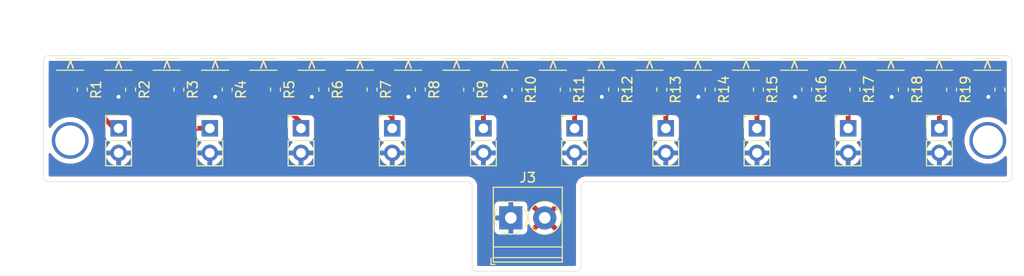
<source format=kicad_pcb>
(kicad_pcb (version 20171130) (host pcbnew "(5.1.4)-1")
  (layers (0 F.Cu signal) (31 B.Cu signal) (34 B.Paste user) (35 F.Paste user) (36 B.SilkS user) (37 F.SilkS user) (38 B.Mask user) (39 F.Mask user) (44 Edge.Cuts user))
  (net 0 "")
  (net 1 VCC)
  (net 2 "Net-(D1-Pad1)")
  (net 3 "Net-(D2-Pad1)")
  (net 4 "Net-(D3-Pad1)")
  (net 5 "Net-(D4-Pad1)")
  (net 6 "Net-(D5-Pad1)")
  (net 7 "Net-(D6-Pad1)")
  (net 8 "Net-(D7-Pad1)")
  (net 9 "Net-(D8-Pad1)")
  (net 10 "Net-(D9-Pad1)")
  (net 11 "Net-(D10-Pad1)")
  (net 12 "Net-(D11-Pad1)")
  (net 13 "Net-(D12-Pad1)")
  (net 14 "Net-(D13-Pad1)")
  (net 15 "Net-(D14-Pad1)")
  (net 16 "Net-(D15-Pad1)")
  (net 17 "Net-(D16-Pad1)")
  (net 18 GND)
  (net 19 "Net-(J1-Pad1)")
  (net 20 "Net-(J2-Pad1)")
  (net 21 "Net-(J4-Pad1)")
  (net 22 "Net-(J5-Pad1)")
  (net 23 "Net-(J6-Pad1)")
  (net 24 "Net-(J7-Pad1)")
  (net 25 "Net-(J8-Pad1)")
  (net 26 "Net-(J9-Pad1)")
  (net 27 "Net-(D17-Pad1)")
  (net 28 "Net-(D18-Pad1)")
  (net 29 "Net-(D19-Pad1)")
  (net 30 "Net-(D20-Pad1)")
  (net 31 "Net-(J10-Pad1)")
  (net 32 "Net-(J11-Pad1)")
  (module Resistor_SMD:R_0603_1608Metric (layer F.Cu) (at 201.5 79.5 270)
    (fp_text reference R20 hide)
    (fp_text value R)
    (fp_line (start -0.162779 0.51) (end 0.162779 0.51) (layer F.SilkS) (width 0.12))
    (fp_line (start -0.162779 -0.51) (end 0.162779 -0.51) (layer F.SilkS) (width 0.12))
    (pad 2 smd roundrect (at 0.7875 0 270) (size 0.875 0.95) (layers F.Cu F.Paste F.Mask) (net 18 GND))
    (pad 1 smd roundrect (at -0.7875 0 270) (size 0.875 0.95) (layers F.Cu F.Paste F.Mask) (net 30 "Net-(D20-Pad1)"))
  )
  (module Resistor_SMD:R_0603_1608Metric (layer F.Cu) (at 196.513156 79.5 270)
    (fp_text reference R19 (at 0 -1.43 90) (layer F.SilkS))
    (fp_text value R)
    (fp_line (start -0.162779 0.51) (end 0.162779 0.51) (layer F.SilkS) (width 0.12))
    (fp_line (start -0.162779 -0.51) (end 0.162779 -0.51) (layer F.SilkS) (width 0.12))
    (pad 2 smd roundrect (at 0.7875 0 270) (size 0.875 0.95) (layers F.Cu F.Paste F.Mask) (net 32 "Net-(J11-Pad1)"))
    (pad 1 smd roundrect (at -0.7875 0 270) (size 0.875 0.95) (layers F.Cu F.Paste F.Mask) (net 29 "Net-(D19-Pad1)"))
  )
  (module Resistor_SMD:R_0603_1608Metric (layer F.Cu) (at 191.526314 79.5 270)
    (fp_text reference R18 (at 0 -1.43 90) (layer F.SilkS))
    (fp_text value R)
    (fp_line (start -0.162779 0.51) (end 0.162779 0.51) (layer F.SilkS) (width 0.12))
    (fp_line (start -0.162779 -0.51) (end 0.162779 -0.51) (layer F.SilkS) (width 0.12))
    (pad 2 smd roundrect (at 0.7875 0 270) (size 0.875 0.95) (layers F.Cu F.Paste F.Mask) (net 18 GND))
    (pad 1 smd roundrect (at -0.7875 0 270) (size 0.875 0.95) (layers F.Cu F.Paste F.Mask) (net 28 "Net-(D18-Pad1)"))
  )
  (module Resistor_SMD:R_0603_1608Metric (layer F.Cu) (at 186.539472 79.5 270)
    (fp_text reference R17 (at 0 -1.43 90) (layer F.SilkS))
    (fp_text value R)
    (fp_line (start -0.162779 0.51) (end 0.162779 0.51) (layer F.SilkS) (width 0.12))
    (fp_line (start -0.162779 -0.51) (end 0.162779 -0.51) (layer F.SilkS) (width 0.12))
    (pad 2 smd roundrect (at 0.7875 0 270) (size 0.875 0.95) (layers F.Cu F.Paste F.Mask) (net 31 "Net-(J10-Pad1)"))
    (pad 1 smd roundrect (at -0.7875 0 270) (size 0.875 0.95) (layers F.Cu F.Paste F.Mask) (net 27 "Net-(D17-Pad1)"))
  )
  (module Connector_PinHeader_2.54mm:PinHeader_1x02_P2.54mm_Vertical (layer F.Cu) (at 195.25 83.5)
    (fp_text reference J11 hide)
    (fp_text value Conn_01x02_Male)
    (fp_line (start -1.33 -1.33) (end 0 -1.33) (layer F.SilkS) (width 0.12))
    (fp_line (start -1.33 0) (end -1.33 -1.33) (layer F.SilkS) (width 0.12))
    (fp_line (start -1.33 1.27) (end 1.33 1.27) (layer F.SilkS) (width 0.12))
    (fp_line (start 1.33 1.27) (end 1.33 3.87) (layer F.SilkS) (width 0.12))
    (fp_line (start -1.33 1.27) (end -1.33 3.87) (layer F.SilkS) (width 0.12))
    (fp_line (start -1.33 3.87) (end 1.33 3.87) (layer F.SilkS) (width 0.12))
    (pad 2 thru_hole oval (at 0 2.54) (size 1.7 1.7) (drill 1) (layers *.Cu *.Mask) (net 18 GND))
    (pad 1 thru_hole rect (at 0 0) (size 1.7 1.7) (drill 1) (layers *.Cu *.Mask) (net 32 "Net-(J11-Pad1)"))
  )
  (module Connector_PinHeader_2.54mm:PinHeader_1x02_P2.54mm_Vertical (layer F.Cu) (at 185.833328 83.5)
    (fp_text reference J10 hide)
    (fp_text value Conn_01x02_Male)
    (fp_line (start -1.33 -1.33) (end 0 -1.33) (layer F.SilkS) (width 0.12))
    (fp_line (start -1.33 0) (end -1.33 -1.33) (layer F.SilkS) (width 0.12))
    (fp_line (start -1.33 1.27) (end 1.33 1.27) (layer F.SilkS) (width 0.12))
    (fp_line (start 1.33 1.27) (end 1.33 3.87) (layer F.SilkS) (width 0.12))
    (fp_line (start -1.33 1.27) (end -1.33 3.87) (layer F.SilkS) (width 0.12))
    (fp_line (start -1.33 3.87) (end 1.33 3.87) (layer F.SilkS) (width 0.12))
    (pad 2 thru_hole oval (at 0 2.54) (size 1.7 1.7) (drill 1) (layers *.Cu *.Mask) (net 18 GND))
    (pad 1 thru_hole rect (at 0 0) (size 1.7 1.7) (drill 1) (layers *.Cu *.Mask) (net 31 "Net-(J10-Pad1)"))
  )
  (module IRPanel:IN-P281ASGIR (layer F.Cu) (at 200.2 77)
    (fp_text reference D20 hide)
    (fp_text value LED)
    (fp_line (start -1.4 0.5) (end 1.4 0.5) (layer F.SilkS) (width 0.12))
    (fp_line (start -1.4 -0.7) (end 1.4 -0.7) (layer F.SilkS) (width 0.12))
    (fp_text user > (at -0.05 -0.1 90) (layer F.SilkS))
    (pad 2 smd rect (at -1.3 0) (size 1 0.72) (layers F.Cu F.Paste F.Mask) (net 1 VCC))
    (pad 1 smd rect (at 1.3 0) (size 1 0.72) (layers F.Cu F.Paste F.Mask) (net 30 "Net-(D20-Pad1)"))
  )
  (module IRPanel:IN-P281ASGIR (layer F.Cu) (at 195.21578 77)
    (fp_text reference D19 hide)
    (fp_text value LED)
    (fp_line (start -1.4 0.5) (end 1.4 0.5) (layer F.SilkS) (width 0.12))
    (fp_line (start -1.4 -0.7) (end 1.4 -0.7) (layer F.SilkS) (width 0.12))
    (fp_text user > (at -0.05 -0.1 90) (layer F.SilkS))
    (pad 2 smd rect (at -1.3 0) (size 1 0.72) (layers F.Cu F.Paste F.Mask) (net 1 VCC))
    (pad 1 smd rect (at 1.3 0) (size 1 0.72) (layers F.Cu F.Paste F.Mask) (net 29 "Net-(D19-Pad1)"))
  )
  (module IRPanel:IN-P281ASGIR (layer F.Cu) (at 190.23157 77)
    (fp_text reference D18 hide)
    (fp_text value LED)
    (fp_line (start -1.4 0.5) (end 1.4 0.5) (layer F.SilkS) (width 0.12))
    (fp_line (start -1.4 -0.7) (end 1.4 -0.7) (layer F.SilkS) (width 0.12))
    (fp_text user > (at -0.05 -0.1 90) (layer F.SilkS))
    (pad 2 smd rect (at -1.3 0) (size 1 0.72) (layers F.Cu F.Paste F.Mask) (net 1 VCC))
    (pad 1 smd rect (at 1.3 0) (size 1 0.72) (layers F.Cu F.Paste F.Mask) (net 28 "Net-(D18-Pad1)"))
  )
  (module IRPanel:IN-P281ASGIR (layer F.Cu) (at 185.24736 77)
    (fp_text reference D17 hide)
    (fp_text value LED)
    (fp_line (start -1.4 0.5) (end 1.4 0.5) (layer F.SilkS) (width 0.12))
    (fp_line (start -1.4 -0.7) (end 1.4 -0.7) (layer F.SilkS) (width 0.12))
    (fp_text user > (at -0.05 -0.1 90) (layer F.SilkS))
    (pad 2 smd rect (at -1.3 0) (size 1 0.72) (layers F.Cu F.Paste F.Mask) (net 1 VCC))
    (pad 1 smd rect (at 1.3 0) (size 1 0.72) (layers F.Cu F.Paste F.Mask) (net 27 "Net-(D17-Pad1)"))
  )
  (module IRPanel:3.0mmhole (layer F.Cu) (at 105.5 84.75)
    (fp_text reference REF** hide)
    (fp_text value 3.0mmhole)
    (pad 1 thru_hole circle (at 0 0) (size 3.8 3.8) (drill 3.1) (layers *.Cu *.Mask))
  )
  (module IRPanel:3.0mmhole (layer F.Cu) (at 200.25 84.75)
    (fp_text reference REF** hide)
    (fp_text value 3.0mmhole)
    (pad 1 thru_hole circle (at 0 0) (size 3.8 3.8) (drill 3.1) (layers *.Cu *.Mask))
  )
  (module Resistor_SMD:R_0603_1608Metric (layer F.Cu) (at 181.55263 79.5 270)
    (fp_text reference R16 (at -0.0375 -1.5 90) (layer F.SilkS))
    (fp_text value R)
    (fp_line (start -0.162779 0.51) (end 0.162779 0.51) (layer F.SilkS) (width 0.12))
    (fp_line (start -0.162779 -0.51) (end 0.162779 -0.51) (layer F.SilkS) (width 0.12))
    (pad 2 smd roundrect (at 0.7875 0 270) (size 0.875 0.95) (layers F.Cu F.Paste F.Mask) (net 18 GND))
    (pad 1 smd roundrect (at -0.7875 0 270) (size 0.875 0.95) (layers F.Cu F.Paste F.Mask) (net 17 "Net-(D16-Pad1)"))
  )
  (module Resistor_SMD:R_0603_1608Metric (layer F.Cu) (at 176.565788 79.5 270)
    (fp_text reference R15 (at 0 -1.43 90) (layer F.SilkS))
    (fp_text value R)
    (fp_line (start -0.162779 0.51) (end 0.162779 0.51) (layer F.SilkS) (width 0.12))
    (fp_line (start -0.162779 -0.51) (end 0.162779 -0.51) (layer F.SilkS) (width 0.12))
    (pad 2 smd roundrect (at 0.7875 0 270) (size 0.875 0.95) (layers F.Cu F.Paste F.Mask) (net 26 "Net-(J9-Pad1)"))
    (pad 1 smd roundrect (at -0.7875 0 270) (size 0.875 0.95) (layers F.Cu F.Paste F.Mask) (net 16 "Net-(D15-Pad1)"))
  )
  (module Resistor_SMD:R_0603_1608Metric (layer F.Cu) (at 171.578946 79.5 270)
    (fp_text reference R14 (at 0 -1.43 90) (layer F.SilkS))
    (fp_text value R)
    (fp_line (start -0.162779 0.51) (end 0.162779 0.51) (layer F.SilkS) (width 0.12))
    (fp_line (start -0.162779 -0.51) (end 0.162779 -0.51) (layer F.SilkS) (width 0.12))
    (pad 2 smd roundrect (at 0.7875 0 270) (size 0.875 0.95) (layers F.Cu F.Paste F.Mask) (net 18 GND))
    (pad 1 smd roundrect (at -0.7875 0 270) (size 0.875 0.95) (layers F.Cu F.Paste F.Mask) (net 15 "Net-(D14-Pad1)"))
  )
  (module Resistor_SMD:R_0603_1608Metric (layer F.Cu) (at 166.592104 79.5 270)
    (fp_text reference R13 (at 0 -1.43 90) (layer F.SilkS))
    (fp_text value R)
    (fp_line (start -0.162779 0.51) (end 0.162779 0.51) (layer F.SilkS) (width 0.12))
    (fp_line (start -0.162779 -0.51) (end 0.162779 -0.51) (layer F.SilkS) (width 0.12))
    (pad 2 smd roundrect (at 0.7875 0 270) (size 0.875 0.95) (layers F.Cu F.Paste F.Mask) (net 25 "Net-(J8-Pad1)"))
    (pad 1 smd roundrect (at -0.7875 0 270) (size 0.875 0.95) (layers F.Cu F.Paste F.Mask) (net 14 "Net-(D13-Pad1)"))
  )
  (module Resistor_SMD:R_0603_1608Metric (layer F.Cu) (at 161.605262 79.5 270)
    (fp_text reference R12 (at 0 -1.43 90) (layer F.SilkS))
    (fp_text value R)
    (fp_line (start -0.162779 0.51) (end 0.162779 0.51) (layer F.SilkS) (width 0.12))
    (fp_line (start -0.162779 -0.51) (end 0.162779 -0.51) (layer F.SilkS) (width 0.12))
    (pad 2 smd roundrect (at 0.7875 0 270) (size 0.875 0.95) (layers F.Cu F.Paste F.Mask) (net 18 GND))
    (pad 1 smd roundrect (at -0.7875 0 270) (size 0.875 0.95) (layers F.Cu F.Paste F.Mask) (net 13 "Net-(D12-Pad1)"))
  )
  (module Resistor_SMD:R_0603_1608Metric (layer F.Cu) (at 156.61842 79.5 270)
    (fp_text reference R11 (at 0 -1.43 90) (layer F.SilkS))
    (fp_text value R)
    (fp_line (start -0.162779 0.51) (end 0.162779 0.51) (layer F.SilkS) (width 0.12))
    (fp_line (start -0.162779 -0.51) (end 0.162779 -0.51) (layer F.SilkS) (width 0.12))
    (pad 2 smd roundrect (at 0.7875 0 270) (size 0.875 0.95) (layers F.Cu F.Paste F.Mask) (net 24 "Net-(J7-Pad1)"))
    (pad 1 smd roundrect (at -0.7875 0 270) (size 0.875 0.95) (layers F.Cu F.Paste F.Mask) (net 12 "Net-(D11-Pad1)"))
  )
  (module Resistor_SMD:R_0603_1608Metric (layer F.Cu) (at 151.631578 79.5 270)
    (fp_text reference R10 (at 0 -1.43 90) (layer F.SilkS))
    (fp_text value R)
    (fp_line (start -0.162779 0.51) (end 0.162779 0.51) (layer F.SilkS) (width 0.12))
    (fp_line (start -0.162779 -0.51) (end 0.162779 -0.51) (layer F.SilkS) (width 0.12))
    (pad 2 smd roundrect (at 0.7875 0 270) (size 0.875 0.95) (layers F.Cu F.Paste F.Mask) (net 18 GND))
    (pad 1 smd roundrect (at -0.7875 0 270) (size 0.875 0.95) (layers F.Cu F.Paste F.Mask) (net 11 "Net-(D10-Pad1)"))
  )
  (module Resistor_SMD:R_0603_1608Metric (layer F.Cu) (at 146.644736 79.5 270)
    (fp_text reference R9 (at 0 -1.43 90) (layer F.SilkS))
    (fp_text value R)
    (fp_line (start -0.162779 0.51) (end 0.162779 0.51) (layer F.SilkS) (width 0.12))
    (fp_line (start -0.162779 -0.51) (end 0.162779 -0.51) (layer F.SilkS) (width 0.12))
    (pad 2 smd roundrect (at 0.7875 0 270) (size 0.875 0.95) (layers F.Cu F.Paste F.Mask) (net 23 "Net-(J6-Pad1)"))
    (pad 1 smd roundrect (at -0.7875 0 270) (size 0.875 0.95) (layers F.Cu F.Paste F.Mask) (net 10 "Net-(D9-Pad1)"))
  )
  (module Resistor_SMD:R_0603_1608Metric (layer F.Cu) (at 141.657894 79.5 270)
    (fp_text reference R8 (at 0 -1.43 90) (layer F.SilkS))
    (fp_text value R)
    (fp_line (start -0.162779 0.51) (end 0.162779 0.51) (layer F.SilkS) (width 0.12))
    (fp_line (start -0.162779 -0.51) (end 0.162779 -0.51) (layer F.SilkS) (width 0.12))
    (pad 2 smd roundrect (at 0.7875 0 270) (size 0.875 0.95) (layers F.Cu F.Paste F.Mask) (net 18 GND))
    (pad 1 smd roundrect (at -0.7875 0 270) (size 0.875 0.95) (layers F.Cu F.Paste F.Mask) (net 9 "Net-(D8-Pad1)"))
  )
  (module Resistor_SMD:R_0603_1608Metric (layer F.Cu) (at 136.671052 79.5 270)
    (fp_text reference R7 (at 0 -1.43 90) (layer F.SilkS))
    (fp_text value R)
    (fp_line (start -0.162779 0.51) (end 0.162779 0.51) (layer F.SilkS) (width 0.12))
    (fp_line (start -0.162779 -0.51) (end 0.162779 -0.51) (layer F.SilkS) (width 0.12))
    (pad 2 smd roundrect (at 0.7875 0 270) (size 0.875 0.95) (layers F.Cu F.Paste F.Mask) (net 22 "Net-(J5-Pad1)"))
    (pad 1 smd roundrect (at -0.7875 0 270) (size 0.875 0.95) (layers F.Cu F.Paste F.Mask) (net 8 "Net-(D7-Pad1)"))
  )
  (module Resistor_SMD:R_0603_1608Metric (layer F.Cu) (at 131.68421 79.5 270)
    (fp_text reference R6 (at 0 -1.43 90) (layer F.SilkS))
    (fp_text value R)
    (fp_line (start -0.162779 0.51) (end 0.162779 0.51) (layer F.SilkS) (width 0.12))
    (fp_line (start -0.162779 -0.51) (end 0.162779 -0.51) (layer F.SilkS) (width 0.12))
    (pad 2 smd roundrect (at 0.7875 0 270) (size 0.875 0.95) (layers F.Cu F.Paste F.Mask) (net 18 GND))
    (pad 1 smd roundrect (at -0.7875 0 270) (size 0.875 0.95) (layers F.Cu F.Paste F.Mask) (net 7 "Net-(D6-Pad1)"))
  )
  (module Resistor_SMD:R_0603_1608Metric (layer F.Cu) (at 126.697368 79.5 270)
    (fp_text reference R5 (at 0 -1.43 90) (layer F.SilkS))
    (fp_text value R)
    (fp_line (start -0.162779 0.51) (end 0.162779 0.51) (layer F.SilkS) (width 0.12))
    (fp_line (start -0.162779 -0.51) (end 0.162779 -0.51) (layer F.SilkS) (width 0.12))
    (pad 2 smd roundrect (at 0.7875 0 270) (size 0.875 0.95) (layers F.Cu F.Paste F.Mask) (net 21 "Net-(J4-Pad1)"))
    (pad 1 smd roundrect (at -0.7875 0 270) (size 0.875 0.95) (layers F.Cu F.Paste F.Mask) (net 6 "Net-(D5-Pad1)"))
  )
  (module Resistor_SMD:R_0603_1608Metric (layer F.Cu) (at 121.710526 79.5 270)
    (fp_text reference R4 (at 0 -1.43 90) (layer F.SilkS))
    (fp_text value R)
    (fp_line (start -0.162779 0.51) (end 0.162779 0.51) (layer F.SilkS) (width 0.12))
    (fp_line (start -0.162779 -0.51) (end 0.162779 -0.51) (layer F.SilkS) (width 0.12))
    (pad 2 smd roundrect (at 0.7875 0 270) (size 0.875 0.95) (layers F.Cu F.Paste F.Mask) (net 18 GND))
    (pad 1 smd roundrect (at -0.7875 0 270) (size 0.875 0.95) (layers F.Cu F.Paste F.Mask) (net 5 "Net-(D4-Pad1)"))
  )
  (module Resistor_SMD:R_0603_1608Metric (layer F.Cu) (at 116.723684 79.5 270)
    (fp_text reference R3 (at 0 -1.43 90) (layer F.SilkS))
    (fp_text value R)
    (fp_line (start -0.162779 0.51) (end 0.162779 0.51) (layer F.SilkS) (width 0.12))
    (fp_line (start -0.162779 -0.51) (end 0.162779 -0.51) (layer F.SilkS) (width 0.12))
    (pad 2 smd roundrect (at 0.7875 0 270) (size 0.875 0.95) (layers F.Cu F.Paste F.Mask) (net 20 "Net-(J2-Pad1)"))
    (pad 1 smd roundrect (at -0.7875 0 270) (size 0.875 0.95) (layers F.Cu F.Paste F.Mask) (net 4 "Net-(D3-Pad1)"))
  )
  (module Resistor_SMD:R_0603_1608Metric (layer F.Cu) (at 111.736842 79.5 270)
    (fp_text reference R2 (at 0 -1.43 90) (layer F.SilkS))
    (fp_text value R)
    (fp_line (start -0.162779 0.51) (end 0.162779 0.51) (layer F.SilkS) (width 0.12))
    (fp_line (start -0.162779 -0.51) (end 0.162779 -0.51) (layer F.SilkS) (width 0.12))
    (pad 2 smd roundrect (at 0.7875 0 270) (size 0.875 0.95) (layers F.Cu F.Paste F.Mask) (net 18 GND))
    (pad 1 smd roundrect (at -0.7875 0 270) (size 0.875 0.95) (layers F.Cu F.Paste F.Mask) (net 3 "Net-(D2-Pad1)"))
  )
  (module Resistor_SMD:R_0603_1608Metric (layer F.Cu) (at 106.75 79.5 270)
    (fp_text reference R1 (at 0 -1.43 90) (layer F.SilkS))
    (fp_text value 10)
    (fp_line (start -0.162779 0.51) (end 0.162779 0.51) (layer F.SilkS) (width 0.12))
    (fp_line (start -0.162779 -0.51) (end 0.162779 -0.51) (layer F.SilkS) (width 0.12))
    (pad 2 smd roundrect (at 0.7875 0 270) (size 0.875 0.95) (layers F.Cu F.Paste F.Mask) (net 19 "Net-(J1-Pad1)"))
    (pad 1 smd roundrect (at -0.7875 0 270) (size 0.875 0.95) (layers F.Cu F.Paste F.Mask) (net 2 "Net-(D1-Pad1)"))
  )
  (module Connector_PinHeader_2.54mm:PinHeader_1x02_P2.54mm_Vertical (layer F.Cu) (at 176.416662 83.5)
    (fp_text reference J9 hide)
    (fp_text value Conn_01x02_Male)
    (fp_line (start -1.33 -1.33) (end 0 -1.33) (layer F.SilkS) (width 0.12))
    (fp_line (start -1.33 0) (end -1.33 -1.33) (layer F.SilkS) (width 0.12))
    (fp_line (start -1.33 1.27) (end 1.33 1.27) (layer F.SilkS) (width 0.12))
    (fp_line (start 1.33 1.27) (end 1.33 3.87) (layer F.SilkS) (width 0.12))
    (fp_line (start -1.33 1.27) (end -1.33 3.87) (layer F.SilkS) (width 0.12))
    (fp_line (start -1.33 3.87) (end 1.33 3.87) (layer F.SilkS) (width 0.12))
    (pad 2 thru_hole oval (at 0 2.54) (size 1.7 1.7) (drill 1) (layers *.Cu *.Mask) (net 18 GND))
    (pad 1 thru_hole rect (at 0 0) (size 1.7 1.7) (drill 1) (layers *.Cu *.Mask) (net 26 "Net-(J9-Pad1)"))
  )
  (module Connector_PinHeader_2.54mm:PinHeader_1x02_P2.54mm_Vertical (layer F.Cu) (at 166.999996 83.5)
    (fp_text reference J8 hide)
    (fp_text value Conn_01x02_Male)
    (fp_line (start -1.33 -1.33) (end 0 -1.33) (layer F.SilkS) (width 0.12))
    (fp_line (start -1.33 0) (end -1.33 -1.33) (layer F.SilkS) (width 0.12))
    (fp_line (start -1.33 1.27) (end 1.33 1.27) (layer F.SilkS) (width 0.12))
    (fp_line (start 1.33 1.27) (end 1.33 3.87) (layer F.SilkS) (width 0.12))
    (fp_line (start -1.33 1.27) (end -1.33 3.87) (layer F.SilkS) (width 0.12))
    (fp_line (start -1.33 3.87) (end 1.33 3.87) (layer F.SilkS) (width 0.12))
    (pad 2 thru_hole oval (at 0 2.54) (size 1.7 1.7) (drill 1) (layers *.Cu *.Mask) (net 18 GND))
    (pad 1 thru_hole rect (at 0 0) (size 1.7 1.7) (drill 1) (layers *.Cu *.Mask) (net 25 "Net-(J8-Pad1)"))
  )
  (module Connector_PinHeader_2.54mm:PinHeader_1x02_P2.54mm_Vertical (layer F.Cu) (at 157.58333 83.5)
    (fp_text reference J7 hide)
    (fp_text value Conn_01x02_Male)
    (fp_line (start -1.33 -1.33) (end 0 -1.33) (layer F.SilkS) (width 0.12))
    (fp_line (start -1.33 0) (end -1.33 -1.33) (layer F.SilkS) (width 0.12))
    (fp_line (start -1.33 1.27) (end 1.33 1.27) (layer F.SilkS) (width 0.12))
    (fp_line (start 1.33 1.27) (end 1.33 3.87) (layer F.SilkS) (width 0.12))
    (fp_line (start -1.33 1.27) (end -1.33 3.87) (layer F.SilkS) (width 0.12))
    (fp_line (start -1.33 3.87) (end 1.33 3.87) (layer F.SilkS) (width 0.12))
    (pad 2 thru_hole oval (at 0 2.54) (size 1.7 1.7) (drill 1) (layers *.Cu *.Mask) (net 18 GND))
    (pad 1 thru_hole rect (at 0 0) (size 1.7 1.7) (drill 1) (layers *.Cu *.Mask) (net 24 "Net-(J7-Pad1)"))
  )
  (module Connector_PinHeader_2.54mm:PinHeader_1x02_P2.54mm_Vertical (layer F.Cu) (at 148.166664 83.5)
    (fp_text reference J6 hide)
    (fp_text value Conn_01x02_Male)
    (fp_line (start -1.33 -1.33) (end 0 -1.33) (layer F.SilkS) (width 0.12))
    (fp_line (start -1.33 0) (end -1.33 -1.33) (layer F.SilkS) (width 0.12))
    (fp_line (start -1.33 1.27) (end 1.33 1.27) (layer F.SilkS) (width 0.12))
    (fp_line (start 1.33 1.27) (end 1.33 3.87) (layer F.SilkS) (width 0.12))
    (fp_line (start -1.33 1.27) (end -1.33 3.87) (layer F.SilkS) (width 0.12))
    (fp_line (start -1.33 3.87) (end 1.33 3.87) (layer F.SilkS) (width 0.12))
    (pad 2 thru_hole oval (at 0 2.54) (size 1.7 1.7) (drill 1) (layers *.Cu *.Mask) (net 18 GND))
    (pad 1 thru_hole rect (at 0 0) (size 1.7 1.7) (drill 1) (layers *.Cu *.Mask) (net 23 "Net-(J6-Pad1)"))
  )
  (module Connector_PinHeader_2.54mm:PinHeader_1x02_P2.54mm_Vertical (layer F.Cu) (at 138.749998 83.5)
    (fp_text reference J5 hide)
    (fp_text value Conn_01x02_Male)
    (fp_line (start -1.33 -1.33) (end 0 -1.33) (layer F.SilkS) (width 0.12))
    (fp_line (start -1.33 0) (end -1.33 -1.33) (layer F.SilkS) (width 0.12))
    (fp_line (start -1.33 1.27) (end 1.33 1.27) (layer F.SilkS) (width 0.12))
    (fp_line (start 1.33 1.27) (end 1.33 3.87) (layer F.SilkS) (width 0.12))
    (fp_line (start -1.33 1.27) (end -1.33 3.87) (layer F.SilkS) (width 0.12))
    (fp_line (start -1.33 3.87) (end 1.33 3.87) (layer F.SilkS) (width 0.12))
    (pad 2 thru_hole oval (at 0 2.54) (size 1.7 1.7) (drill 1) (layers *.Cu *.Mask) (net 18 GND))
    (pad 1 thru_hole rect (at 0 0) (size 1.7 1.7) (drill 1) (layers *.Cu *.Mask) (net 22 "Net-(J5-Pad1)"))
  )
  (module Connector_PinHeader_2.54mm:PinHeader_1x02_P2.54mm_Vertical (layer F.Cu) (at 129.333332 83.5)
    (fp_text reference J4 hide)
    (fp_text value Conn_01x02_Male)
    (fp_line (start -1.33 -1.33) (end 0 -1.33) (layer F.SilkS) (width 0.12))
    (fp_line (start -1.33 0) (end -1.33 -1.33) (layer F.SilkS) (width 0.12))
    (fp_line (start -1.33 1.27) (end 1.33 1.27) (layer F.SilkS) (width 0.12))
    (fp_line (start 1.33 1.27) (end 1.33 3.87) (layer F.SilkS) (width 0.12))
    (fp_line (start -1.33 1.27) (end -1.33 3.87) (layer F.SilkS) (width 0.12))
    (fp_line (start -1.33 3.87) (end 1.33 3.87) (layer F.SilkS) (width 0.12))
    (pad 2 thru_hole oval (at 0 2.54) (size 1.7 1.7) (drill 1) (layers *.Cu *.Mask) (net 18 GND))
    (pad 1 thru_hole rect (at 0 0) (size 1.7 1.7) (drill 1) (layers *.Cu *.Mask) (net 21 "Net-(J4-Pad1)"))
  )
  (module TerminalBlock_Phoenix:TerminalBlock_Phoenix_PT-1,5-2-3.5-H_1x02_P3.50mm_Horizontal (layer F.Cu) (at 151 92.75)
    (fp_text reference J3 (at 1.75 -4.16) (layer F.SilkS))
    (fp_text value Conn_01x02_Male)
    (fp_line (start -2.05 4.8) (end -1.65 4.8) (layer F.SilkS) (width 0.12))
    (fp_line (start -2.05 4.16) (end -2.05 4.8) (layer F.SilkS) (width 0.12))
    (fp_line (start 2.355 0.941) (end 2.226 1.069) (layer F.SilkS) (width 0.12))
    (fp_line (start 4.57 -1.275) (end 4.476 -1.181) (layer F.SilkS) (width 0.12))
    (fp_line (start 2.525 1.181) (end 2.431 1.274) (layer F.SilkS) (width 0.12))
    (fp_line (start 4.775 -1.069) (end 4.646 -0.941) (layer F.SilkS) (width 0.12))
    (fp_line (start 5.31 -3.16) (end 5.31 4.56) (layer F.SilkS) (width 0.12))
    (fp_line (start -1.81 -3.16) (end -1.81 4.56) (layer F.SilkS) (width 0.12))
    (fp_line (start -1.81 4.56) (end 5.31 4.56) (layer F.SilkS) (width 0.12))
    (fp_line (start -1.81 -3.16) (end 5.31 -3.16) (layer F.SilkS) (width 0.12))
    (fp_line (start -1.81 3) (end 5.31 3) (layer F.SilkS) (width 0.12))
    (fp_line (start -1.81 4.1) (end 5.31 4.1) (layer F.SilkS) (width 0.12))
    (fp_circle (center 3.5 0) (end 5.18 0) (layer F.SilkS) (width 0.12))
    (fp_arc (start 0 0) (end -0.866 1.44) (angle -32) (layer F.SilkS) (width 0.12))
    (fp_arc (start 0 0) (end -1.44 -0.866) (angle -63) (layer F.SilkS) (width 0.12))
    (fp_arc (start 0 0) (end 0.866 -1.44) (angle -63) (layer F.SilkS) (width 0.12))
    (fp_arc (start 0 0) (end 1.425 0.891) (angle -64) (layer F.SilkS) (width 0.12))
    (fp_arc (start 0 0) (end 0 1.68) (angle -32) (layer F.SilkS) (width 0.12))
    (pad 2 thru_hole circle (at 3.5 0) (size 2.4 2.4) (drill 1.2) (layers *.Cu *.Mask) (net 1 VCC))
    (pad 1 thru_hole rect (at 0 0) (size 2.4 2.4) (drill 1.2) (layers *.Cu *.Mask) (net 18 GND))
  )
  (module Connector_PinHeader_2.54mm:PinHeader_1x02_P2.54mm_Vertical (layer F.Cu) (at 119.916666 83.5)
    (fp_text reference J2 hide)
    (fp_text value Conn_01x02_Male)
    (fp_line (start -1.33 -1.33) (end 0 -1.33) (layer F.SilkS) (width 0.12))
    (fp_line (start -1.33 0) (end -1.33 -1.33) (layer F.SilkS) (width 0.12))
    (fp_line (start -1.33 1.27) (end 1.33 1.27) (layer F.SilkS) (width 0.12))
    (fp_line (start 1.33 1.27) (end 1.33 3.87) (layer F.SilkS) (width 0.12))
    (fp_line (start -1.33 1.27) (end -1.33 3.87) (layer F.SilkS) (width 0.12))
    (fp_line (start -1.33 3.87) (end 1.33 3.87) (layer F.SilkS) (width 0.12))
    (pad 2 thru_hole oval (at 0 2.54) (size 1.7 1.7) (drill 1) (layers *.Cu *.Mask) (net 18 GND))
    (pad 1 thru_hole rect (at 0 0) (size 1.7 1.7) (drill 1) (layers *.Cu *.Mask) (net 20 "Net-(J2-Pad1)"))
  )
  (module Connector_PinHeader_2.54mm:PinHeader_1x02_P2.54mm_Vertical (layer F.Cu) (at 110.5 83.5)
    (fp_text reference J1 hide)
    (fp_text value Conn_01x02_Male)
    (fp_line (start -1.33 -1.33) (end 0 -1.33) (layer F.SilkS) (width 0.12))
    (fp_line (start -1.33 0) (end -1.33 -1.33) (layer F.SilkS) (width 0.12))
    (fp_line (start -1.33 1.27) (end 1.33 1.27) (layer F.SilkS) (width 0.12))
    (fp_line (start 1.33 1.27) (end 1.33 3.87) (layer F.SilkS) (width 0.12))
    (fp_line (start -1.33 1.27) (end -1.33 3.87) (layer F.SilkS) (width 0.12))
    (fp_line (start -1.33 3.87) (end 1.33 3.87) (layer F.SilkS) (width 0.12))
    (pad 2 thru_hole oval (at 0 2.54) (size 1.7 1.7) (drill 1) (layers *.Cu *.Mask) (net 18 GND))
    (pad 1 thru_hole rect (at 0 0) (size 1.7 1.7) (drill 1) (layers *.Cu *.Mask) (net 19 "Net-(J1-Pad1)"))
  )
  (module IRPanel:IN-P281ASGIR (layer F.Cu) (at 180.26315 77)
    (fp_text reference D16 hide)
    (fp_text value LED)
    (fp_line (start -1.4 0.5) (end 1.4 0.5) (layer F.SilkS) (width 0.12))
    (fp_line (start -1.4 -0.7) (end 1.4 -0.7) (layer F.SilkS) (width 0.12))
    (fp_text user > (at -0.05 -0.1 90) (layer F.SilkS))
    (pad 2 smd rect (at -1.3 0) (size 1 0.72) (layers F.Cu F.Paste F.Mask) (net 1 VCC))
    (pad 1 smd rect (at 1.3 0) (size 1 0.72) (layers F.Cu F.Paste F.Mask) (net 17 "Net-(D16-Pad1)"))
  )
  (module IRPanel:IN-P281ASGIR (layer F.Cu) (at 175.27894 77)
    (fp_text reference D15 hide)
    (fp_text value LED)
    (fp_line (start -1.4 0.5) (end 1.4 0.5) (layer F.SilkS) (width 0.12))
    (fp_line (start -1.4 -0.7) (end 1.4 -0.7) (layer F.SilkS) (width 0.12))
    (fp_text user > (at -0.05 -0.1 90) (layer F.SilkS))
    (pad 2 smd rect (at -1.3 0) (size 1 0.72) (layers F.Cu F.Paste F.Mask) (net 1 VCC))
    (pad 1 smd rect (at 1.3 0) (size 1 0.72) (layers F.Cu F.Paste F.Mask) (net 16 "Net-(D15-Pad1)"))
  )
  (module IRPanel:IN-P281ASGIR (layer F.Cu) (at 170.29473 77)
    (fp_text reference D14 hide)
    (fp_text value LED)
    (fp_line (start -1.4 0.5) (end 1.4 0.5) (layer F.SilkS) (width 0.12))
    (fp_line (start -1.4 -0.7) (end 1.4 -0.7) (layer F.SilkS) (width 0.12))
    (fp_text user > (at -0.05 -0.1 90) (layer F.SilkS))
    (pad 2 smd rect (at -1.3 0) (size 1 0.72) (layers F.Cu F.Paste F.Mask) (net 1 VCC))
    (pad 1 smd rect (at 1.3 0) (size 1 0.72) (layers F.Cu F.Paste F.Mask) (net 15 "Net-(D14-Pad1)"))
  )
  (module IRPanel:IN-P281ASGIR (layer F.Cu) (at 165.31052 77)
    (fp_text reference D13 hide)
    (fp_text value LED)
    (fp_line (start -1.4 0.5) (end 1.4 0.5) (layer F.SilkS) (width 0.12))
    (fp_line (start -1.4 -0.7) (end 1.4 -0.7) (layer F.SilkS) (width 0.12))
    (fp_text user > (at -0.05 -0.1 90) (layer F.SilkS))
    (pad 2 smd rect (at -1.3 0) (size 1 0.72) (layers F.Cu F.Paste F.Mask) (net 1 VCC))
    (pad 1 smd rect (at 1.3 0) (size 1 0.72) (layers F.Cu F.Paste F.Mask) (net 14 "Net-(D13-Pad1)"))
  )
  (module IRPanel:IN-P281ASGIR (layer F.Cu) (at 160.32631 77)
    (fp_text reference D12 hide)
    (fp_text value LED)
    (fp_line (start -1.4 0.5) (end 1.4 0.5) (layer F.SilkS) (width 0.12))
    (fp_line (start -1.4 -0.7) (end 1.4 -0.7) (layer F.SilkS) (width 0.12))
    (fp_text user > (at -0.05 -0.1 90) (layer F.SilkS))
    (pad 2 smd rect (at -1.3 0) (size 1 0.72) (layers F.Cu F.Paste F.Mask) (net 1 VCC))
    (pad 1 smd rect (at 1.3 0) (size 1 0.72) (layers F.Cu F.Paste F.Mask) (net 13 "Net-(D12-Pad1)"))
  )
  (module IRPanel:IN-P281ASGIR (layer F.Cu) (at 155.3421 77)
    (fp_text reference D11 hide)
    (fp_text value LED)
    (fp_line (start -1.4 0.5) (end 1.4 0.5) (layer F.SilkS) (width 0.12))
    (fp_line (start -1.4 -0.7) (end 1.4 -0.7) (layer F.SilkS) (width 0.12))
    (fp_text user > (at -0.05 -0.1 90) (layer F.SilkS))
    (pad 2 smd rect (at -1.3 0) (size 1 0.72) (layers F.Cu F.Paste F.Mask) (net 1 VCC))
    (pad 1 smd rect (at 1.3 0) (size 1 0.72) (layers F.Cu F.Paste F.Mask) (net 12 "Net-(D11-Pad1)"))
  )
  (module IRPanel:IN-P281ASGIR (layer F.Cu) (at 150.35789 77)
    (fp_text reference D10 hide)
    (fp_text value LED)
    (fp_line (start -1.4 0.5) (end 1.4 0.5) (layer F.SilkS) (width 0.12))
    (fp_line (start -1.4 -0.7) (end 1.4 -0.7) (layer F.SilkS) (width 0.12))
    (fp_text user > (at -0.05 -0.1 90) (layer F.SilkS))
    (pad 2 smd rect (at -1.3 0) (size 1 0.72) (layers F.Cu F.Paste F.Mask) (net 1 VCC))
    (pad 1 smd rect (at 1.3 0) (size 1 0.72) (layers F.Cu F.Paste F.Mask) (net 11 "Net-(D10-Pad1)"))
  )
  (module IRPanel:IN-P281ASGIR (layer F.Cu) (at 145.37368 77)
    (fp_text reference D9 hide)
    (fp_text value LED)
    (fp_line (start -1.4 0.5) (end 1.4 0.5) (layer F.SilkS) (width 0.12))
    (fp_line (start -1.4 -0.7) (end 1.4 -0.7) (layer F.SilkS) (width 0.12))
    (fp_text user > (at -0.05 -0.1 90) (layer F.SilkS))
    (pad 2 smd rect (at -1.3 0) (size 1 0.72) (layers F.Cu F.Paste F.Mask) (net 1 VCC))
    (pad 1 smd rect (at 1.3 0) (size 1 0.72) (layers F.Cu F.Paste F.Mask) (net 10 "Net-(D9-Pad1)"))
  )
  (module IRPanel:IN-P281ASGIR (layer F.Cu) (at 140.38947 77)
    (fp_text reference D8 hide)
    (fp_text value LED)
    (fp_line (start -1.4 0.5) (end 1.4 0.5) (layer F.SilkS) (width 0.12))
    (fp_line (start -1.4 -0.7) (end 1.4 -0.7) (layer F.SilkS) (width 0.12))
    (fp_text user > (at -0.05 -0.1 90) (layer F.SilkS))
    (pad 2 smd rect (at -1.3 0) (size 1 0.72) (layers F.Cu F.Paste F.Mask) (net 1 VCC))
    (pad 1 smd rect (at 1.3 0) (size 1 0.72) (layers F.Cu F.Paste F.Mask) (net 9 "Net-(D8-Pad1)"))
  )
  (module IRPanel:IN-P281ASGIR (layer F.Cu) (at 135.40526 77)
    (fp_text reference D7 hide)
    (fp_text value LED)
    (fp_line (start -1.4 0.5) (end 1.4 0.5) (layer F.SilkS) (width 0.12))
    (fp_line (start -1.4 -0.7) (end 1.4 -0.7) (layer F.SilkS) (width 0.12))
    (fp_text user > (at -0.05 -0.1 90) (layer F.SilkS))
    (pad 2 smd rect (at -1.3 0) (size 1 0.72) (layers F.Cu F.Paste F.Mask) (net 1 VCC))
    (pad 1 smd rect (at 1.3 0) (size 1 0.72) (layers F.Cu F.Paste F.Mask) (net 8 "Net-(D7-Pad1)"))
  )
  (module IRPanel:IN-P281ASGIR (layer F.Cu) (at 130.42105 77)
    (fp_text reference D6 hide)
    (fp_text value LED)
    (fp_line (start -1.4 0.5) (end 1.4 0.5) (layer F.SilkS) (width 0.12))
    (fp_line (start -1.4 -0.7) (end 1.4 -0.7) (layer F.SilkS) (width 0.12))
    (fp_text user > (at -0.05 -0.1 90) (layer F.SilkS))
    (pad 2 smd rect (at -1.3 0) (size 1 0.72) (layers F.Cu F.Paste F.Mask) (net 1 VCC))
    (pad 1 smd rect (at 1.3 0) (size 1 0.72) (layers F.Cu F.Paste F.Mask) (net 7 "Net-(D6-Pad1)"))
  )
  (module IRPanel:IN-P281ASGIR (layer F.Cu) (at 125.43684 77)
    (fp_text reference D5 hide)
    (fp_text value LED)
    (fp_line (start -1.4 0.5) (end 1.4 0.5) (layer F.SilkS) (width 0.12))
    (fp_line (start -1.4 -0.7) (end 1.4 -0.7) (layer F.SilkS) (width 0.12))
    (fp_text user > (at -0.05 -0.1 90) (layer F.SilkS))
    (pad 2 smd rect (at -1.3 0) (size 1 0.72) (layers F.Cu F.Paste F.Mask) (net 1 VCC))
    (pad 1 smd rect (at 1.3 0) (size 1 0.72) (layers F.Cu F.Paste F.Mask) (net 6 "Net-(D5-Pad1)"))
  )
  (module IRPanel:IN-P281ASGIR (layer F.Cu) (at 120.45263 77)
    (fp_text reference D4 hide)
    (fp_text value LED)
    (fp_line (start -1.4 0.5) (end 1.4 0.5) (layer F.SilkS) (width 0.12))
    (fp_line (start -1.4 -0.7) (end 1.4 -0.7) (layer F.SilkS) (width 0.12))
    (fp_text user > (at -0.05 -0.1 90) (layer F.SilkS))
    (pad 2 smd rect (at -1.3 0) (size 1 0.72) (layers F.Cu F.Paste F.Mask) (net 1 VCC))
    (pad 1 smd rect (at 1.3 0) (size 1 0.72) (layers F.Cu F.Paste F.Mask) (net 5 "Net-(D4-Pad1)"))
  )
  (module IRPanel:IN-P281ASGIR (layer F.Cu) (at 115.46842 77)
    (fp_text reference D3 hide)
    (fp_text value LED)
    (fp_line (start -1.4 0.5) (end 1.4 0.5) (layer F.SilkS) (width 0.12))
    (fp_line (start -1.4 -0.7) (end 1.4 -0.7) (layer F.SilkS) (width 0.12))
    (fp_text user > (at -0.05 -0.1 90) (layer F.SilkS))
    (pad 2 smd rect (at -1.3 0) (size 1 0.72) (layers F.Cu F.Paste F.Mask) (net 1 VCC))
    (pad 1 smd rect (at 1.3 0) (size 1 0.72) (layers F.Cu F.Paste F.Mask) (net 4 "Net-(D3-Pad1)"))
  )
  (module IRPanel:IN-P281ASGIR (layer F.Cu) (at 110.48421 77)
    (fp_text reference D2 hide)
    (fp_text value LED)
    (fp_line (start -1.4 0.5) (end 1.4 0.5) (layer F.SilkS) (width 0.12))
    (fp_line (start -1.4 -0.7) (end 1.4 -0.7) (layer F.SilkS) (width 0.12))
    (fp_text user > (at -0.05 -0.1 90) (layer F.SilkS))
    (pad 2 smd rect (at -1.3 0) (size 1 0.72) (layers F.Cu F.Paste F.Mask) (net 1 VCC))
    (pad 1 smd rect (at 1.3 0) (size 1 0.72) (layers F.Cu F.Paste F.Mask) (net 3 "Net-(D2-Pad1)"))
  )
  (module IRPanel:IN-P281ASGIR (layer F.Cu) (at 105.5 77)
    (fp_text reference D1 hide)
    (fp_text value LED)
    (fp_line (start -1.4 0.5) (end 1.4 0.5) (layer F.SilkS) (width 0.12))
    (fp_line (start -1.4 -0.7) (end 1.4 -0.7) (layer F.SilkS) (width 0.12))
    (fp_text user > (at -0.05 -0.1 90) (layer F.SilkS))
    (pad 2 smd rect (at -1.3 0) (size 1 0.72) (layers F.Cu F.Paste F.Mask) (net 1 VCC))
    (pad 1 smd rect (at 1.3 0) (size 1 0.72) (layers F.Cu F.Paste F.Mask) (net 2 "Net-(D1-Pad1)"))
  )
  (gr_arc (start 103.25 76.5) (end 103.25 76) (angle -90) (layer Edge.Cuts) (width 0.05))
  (gr_arc (start 103.25 88.5) (end 102.75 88.5) (angle -90) (layer Edge.Cuts) (width 0.05))
  (gr_arc (start 146.5 89.5) (end 147 89.5) (angle -90) (layer Edge.Cuts) (width 0.05))
  (gr_arc (start 147.5 97.75) (end 147 97.75) (angle -90) (layer Edge.Cuts) (width 0.05))
  (gr_arc (start 157.75 97.75) (end 157.75 98.25) (angle -90) (layer Edge.Cuts) (width 0.05))
  (gr_arc (start 158.75 89.5) (end 158.75 89) (angle -90) (layer Edge.Cuts) (width 0.05))
  (gr_arc (start 202.25 88.5) (end 202.25 89) (angle -90) (layer Edge.Cuts) (width 0.05))
  (gr_arc (start 202.25 76.5) (end 202.75 76.5) (angle -90) (layer Edge.Cuts) (width 0.05))
  (gr_line (start 146.5 89) (end 103.25 89) (layer Edge.Cuts) (width 0.05))
  (gr_line (start 102.75 88.5) (end 102.75 76.5) (layer Edge.Cuts) (width 0.05))
  (gr_line (start 147 97.75) (end 147 89.5) (layer Edge.Cuts) (width 0.05))
  (gr_line (start 157.75 98.25) (end 147.5 98.25) (layer Edge.Cuts) (width 0.05))
  (gr_line (start 158.25 89.5) (end 158.25 97.75) (layer Edge.Cuts) (width 0.05))
  (gr_line (start 202.25 89) (end 158.75 89) (layer Edge.Cuts) (width 0.05))
  (gr_line (start 202.75 76.5) (end 202.75 88.5) (layer Edge.Cuts) (width 0.05))
  (gr_line (start 103.25 76) (end 202.25 76) (layer Edge.Cuts) (width 0.05))
  (segment (start 106.8 78.6625) (end 106.75 78.7125) (width 0.5) (layer F.Cu) (net 2))
  (segment (start 106.8 77) (end 106.8 78.6625) (width 0.5) (layer F.Cu) (net 2))
  (segment (start 111.78421 78.665132) (end 111.736842 78.7125) (width 0.5) (layer F.Cu) (net 3))
  (segment (start 111.78421 77) (end 111.78421 78.665132) (width 0.5) (layer F.Cu) (net 3))
  (segment (start 116.723684 77.044736) (end 116.76842 77) (width 0.5) (layer F.Cu) (net 4))
  (segment (start 116.723684 78.7125) (end 116.723684 77.044736) (width 0.5) (layer F.Cu) (net 4))
  (segment (start 121.75263 78.670396) (end 121.710526 78.7125) (width 0.5) (layer F.Cu) (net 5))
  (segment (start 121.75263 77) (end 121.75263 78.670396) (width 0.5) (layer F.Cu) (net 5))
  (segment (start 126.697368 77.039472) (end 126.73684 77) (width 0.5) (layer F.Cu) (net 6))
  (segment (start 126.697368 78.7125) (end 126.697368 77.039472) (width 0.5) (layer F.Cu) (net 6))
  (segment (start 131.72105 78.67566) (end 131.68421 78.7125) (width 0.5) (layer F.Cu) (net 7))
  (segment (start 131.72105 77) (end 131.72105 78.67566) (width 0.5) (layer F.Cu) (net 7))
  (segment (start 136.70526 78.678292) (end 136.671052 78.7125) (width 0.5) (layer F.Cu) (net 8))
  (segment (start 136.70526 77) (end 136.70526 78.678292) (width 0.5) (layer F.Cu) (net 8))
  (segment (start 141.657894 77.031576) (end 141.68947 77) (width 0.5) (layer F.Cu) (net 9))
  (segment (start 141.657894 78.7125) (end 141.657894 77.031576) (width 0.5) (layer F.Cu) (net 9))
  (segment (start 146.67368 78.683556) (end 146.644736 78.7125) (width 0.5) (layer F.Cu) (net 10))
  (segment (start 146.67368 77) (end 146.67368 78.683556) (width 0.5) (layer F.Cu) (net 10))
  (segment (start 151.65789 78.686188) (end 151.631578 78.7125) (width 0.5) (layer F.Cu) (net 11))
  (segment (start 151.65789 77) (end 151.65789 78.686188) (width 0.5) (layer F.Cu) (net 11))
  (segment (start 156.61842 77.02368) (end 156.6421 77) (width 0.5) (layer F.Cu) (net 12))
  (segment (start 156.61842 78.7125) (end 156.61842 77.02368) (width 0.5) (layer F.Cu) (net 12))
  (segment (start 161.62631 78.691452) (end 161.605262 78.7125) (width 0.5) (layer F.Cu) (net 13))
  (segment (start 161.62631 77) (end 161.62631 78.691452) (width 0.5) (layer F.Cu) (net 13))
  (segment (start 166.61052 78.694084) (end 166.592104 78.7125) (width 0.5) (layer F.Cu) (net 14))
  (segment (start 166.61052 77) (end 166.61052 78.694084) (width 0.5) (layer F.Cu) (net 14))
  (segment (start 171.59473 78.696716) (end 171.578946 78.7125) (width 0.5) (layer F.Cu) (net 15))
  (segment (start 171.59473 77) (end 171.59473 78.696716) (width 0.5) (layer F.Cu) (net 15))
  (segment (start 176.57894 78.699348) (end 176.565788 78.7125) (width 0.5) (layer F.Cu) (net 16))
  (segment (start 176.57894 77) (end 176.57894 78.699348) (width 0.5) (layer F.Cu) (net 16))
  (segment (start 181.56315 78.70198) (end 181.55263 78.7125) (width 0.5) (layer F.Cu) (net 17))
  (segment (start 181.56315 77) (end 181.56315 78.70198) (width 0.5) (layer F.Cu) (net 17))
  (via (at 110.49 80.25) (size 0.8) (drill 0.4) (layers F.Cu B.Cu) (net 18))
  (via (at 120.47 80.25) (size 0.8) (drill 0.4) (layers F.Cu B.Cu) (net 18))
  (via (at 130.45 80.25) (size 0.8) (drill 0.4) (layers F.Cu B.Cu) (net 18))
  (via (at 140.43 80.25) (size 0.8) (drill 0.4) (layers F.Cu B.Cu) (net 18))
  (via (at 150.41 80.25) (size 0.8) (drill 0.4) (layers F.Cu B.Cu) (net 18))
  (via (at 160.39 80.25) (size 0.8) (drill 0.4) (layers F.Cu B.Cu) (net 18))
  (via (at 170.37 80.25) (size 0.8) (drill 0.4) (layers F.Cu B.Cu) (net 18))
  (via (at 180.35 80.25) (size 0.8) (drill 0.4) (layers F.Cu B.Cu) (net 18))
  (via (at 190.33 80.25) (size 0.8) (drill 0.4) (layers F.Cu B.Cu) (net 18))
  (via (at 200.31 80.25) (size 0.8) (drill 0.4) (layers F.Cu B.Cu) (net 18))
  (segment (start 200.3475 80.2875) (end 200.31 80.25) (width 0.5) (layer F.Cu) (net 18))
  (segment (start 201.5 80.2875) (end 200.3475 80.2875) (width 0.5) (layer F.Cu) (net 18))
  (segment (start 190.3675 80.2875) (end 190.33 80.25) (width 0.5) (layer F.Cu) (net 18))
  (segment (start 191.526314 80.2875) (end 190.3675 80.2875) (width 0.5) (layer F.Cu) (net 18))
  (segment (start 180.3875 80.2875) (end 180.35 80.25) (width 0.5) (layer F.Cu) (net 18))
  (segment (start 181.55263 80.2875) (end 180.3875 80.2875) (width 0.5) (layer F.Cu) (net 18))
  (segment (start 170.4075 80.2875) (end 170.37 80.25) (width 0.5) (layer F.Cu) (net 18))
  (segment (start 171.578946 80.2875) (end 170.4075 80.2875) (width 0.5) (layer F.Cu) (net 18))
  (segment (start 160.4275 80.2875) (end 160.39 80.25) (width 0.5) (layer F.Cu) (net 18))
  (segment (start 161.605262 80.2875) (end 160.4275 80.2875) (width 0.5) (layer F.Cu) (net 18))
  (segment (start 150.4475 80.2875) (end 150.41 80.25) (width 0.5) (layer F.Cu) (net 18))
  (segment (start 151.631578 80.2875) (end 150.4475 80.2875) (width 0.5) (layer F.Cu) (net 18))
  (segment (start 140.4675 80.2875) (end 140.43 80.25) (width 0.5) (layer F.Cu) (net 18))
  (segment (start 141.657894 80.2875) (end 140.4675 80.2875) (width 0.5) (layer F.Cu) (net 18))
  (segment (start 130.4875 80.2875) (end 130.45 80.25) (width 0.5) (layer F.Cu) (net 18))
  (segment (start 131.68421 80.2875) (end 130.4875 80.2875) (width 0.5) (layer F.Cu) (net 18))
  (segment (start 120.5075 80.2875) (end 120.47 80.25) (width 0.5) (layer F.Cu) (net 18))
  (segment (start 121.710526 80.2875) (end 120.5075 80.2875) (width 0.5) (layer F.Cu) (net 18))
  (segment (start 110.5275 80.2875) (end 110.49 80.25) (width 0.5) (layer F.Cu) (net 18))
  (segment (start 111.736842 80.2875) (end 110.5275 80.2875) (width 0.5) (layer F.Cu) (net 18))
  (segment (start 106.8 80.2875) (end 106.75 80.2875) (width 0.5) (layer F.Cu) (net 19))
  (segment (start 106.8375 80.2875) (end 106.8 80.2875) (width 0.5) (layer F.Cu) (net 19))
  (segment (start 110.5 83.5) (end 110.05 83.5) (width 0.5) (layer F.Cu) (net 19))
  (segment (start 110.05 83.5) (end 106.8375 80.2875) (width 0.5) (layer F.Cu) (net 19))
  (segment (start 116.7 80.2875) (end 116.723684 80.2875) (width 0.5) (layer F.Cu) (net 20))
  (segment (start 116.7 82.3) (end 116.7 80.2875) (width 0.5) (layer F.Cu) (net 20))
  (segment (start 119.916666 83.5) (end 117.9 83.5) (width 0.5) (layer F.Cu) (net 20))
  (segment (start 117.9 83.5) (end 116.7 82.3) (width 0.5) (layer F.Cu) (net 20))
  (segment (start 129.333332 82.923464) (end 126.697368 80.2875) (width 0.5) (layer F.Cu) (net 21))
  (segment (start 129.333332 83.5) (end 129.333332 82.923464) (width 0.5) (layer F.Cu) (net 21))
  (segment (start 138.749998 82.366446) (end 136.671052 80.2875) (width 0.5) (layer F.Cu) (net 22))
  (segment (start 138.749998 83.5) (end 138.749998 82.366446) (width 0.5) (layer F.Cu) (net 22))
  (segment (start 148.166664 81.809428) (end 146.644736 80.2875) (width 0.5) (layer F.Cu) (net 23))
  (segment (start 148.166664 83.5) (end 148.166664 81.809428) (width 0.5) (layer F.Cu) (net 23))
  (segment (start 157.58333 81.25241) (end 156.61842 80.2875) (width 0.5) (layer F.Cu) (net 24))
  (segment (start 157.58333 83.5) (end 157.58333 81.25241) (width 0.5) (layer F.Cu) (net 24))
  (segment (start 166.999996 80.695392) (end 166.592104 80.2875) (width 0.5) (layer F.Cu) (net 25))
  (segment (start 166.999996 83.5) (end 166.999996 80.695392) (width 0.5) (layer F.Cu) (net 25))
  (segment (start 176.416662 80.436626) (end 176.565788 80.2875) (width 0.5) (layer F.Cu) (net 26))
  (segment (start 176.416662 83.5) (end 176.416662 80.436626) (width 0.5) (layer F.Cu) (net 26))
  (segment (start 186.54736 78.704612) (end 186.539472 78.7125) (width 0.5) (layer F.Cu) (net 27))
  (segment (start 186.54736 77) (end 186.54736 78.704612) (width 0.5) (layer F.Cu) (net 27))
  (segment (start 191.53157 78.707244) (end 191.526314 78.7125) (width 0.5) (layer F.Cu) (net 28))
  (segment (start 191.53157 77) (end 191.53157 78.707244) (width 0.5) (layer F.Cu) (net 28))
  (segment (start 196.51578 78.709876) (end 196.513156 78.7125) (width 0.5) (layer F.Cu) (net 29))
  (segment (start 196.51578 77) (end 196.51578 78.709876) (width 0.5) (layer F.Cu) (net 29))
  (segment (start 201.5 77) (end 201.5 78.7125) (width 0.5) (layer F.Cu) (net 30))
  (segment (start 185.833328 80.993644) (end 186.539472 80.2875) (width 0.5) (layer F.Cu) (net 31))
  (segment (start 185.833328 83.5) (end 185.833328 80.993644) (width 0.5) (layer F.Cu) (net 31))
  (segment (start 195.25 81.550656) (end 196.513156 80.2875) (width 0.5) (layer F.Cu) (net 32))
  (segment (start 195.25 83.5) (end 195.25 81.550656) (width 0.5) (layer F.Cu) (net 32))
  (zone (net 18) (net_name GND) (layer B.Cu) (connect_pads (clearance 0.508)) (min_thickness 0.254) (fill yes (arc_segments 32) (thermal_gap 0.508) (thermal_bridge_width 0.508))
    (polygon (pts (xy 98.25 70.25) (xy 204 70.25) (xy 204 98.75) (xy 98.25 98.75)))
  )
  (zone (net 1) (net_name VCC) (layer F.Cu) (connect_pads (clearance 0.508)) (min_thickness 0.254) (fill yes (arc_segments 32) (thermal_gap 0.508) (thermal_bridge_width 0.508))
    (polygon (pts (xy 98.25 70.25) (xy 204 70.25) (xy 204 98.75) (xy 98.25 98.75)))
  )
)
</source>
